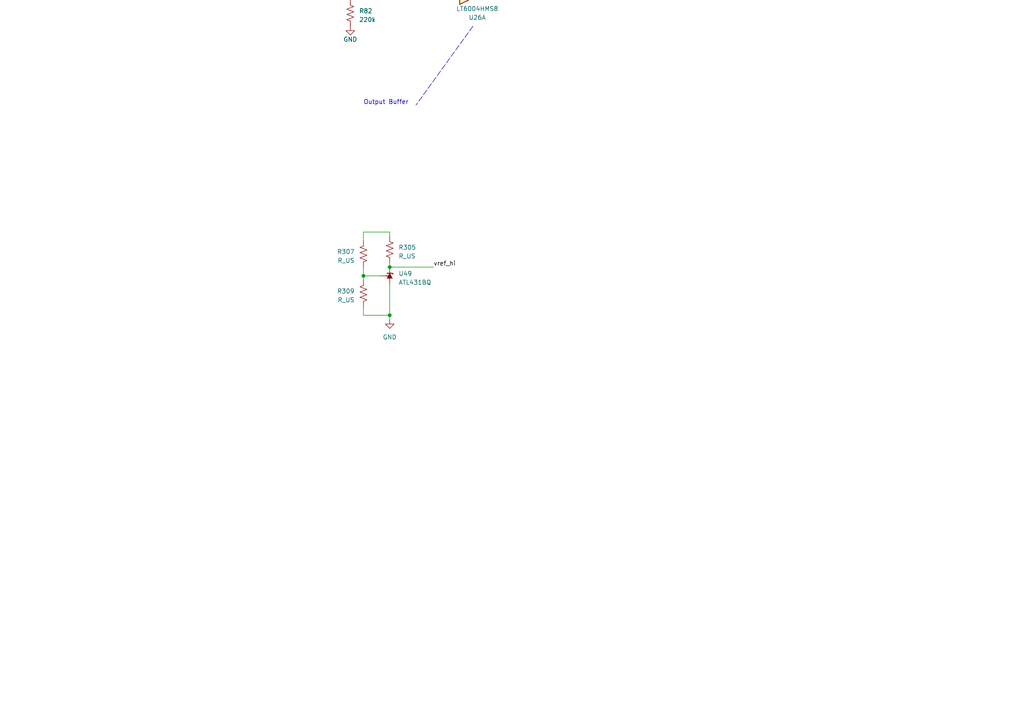
<source format=kicad_sch>
(kicad_sch (version 20230121) (generator eeschema)
  (paper "A4")
  (lib_symbols
    (symbol "Device:C" (pin_numbers hide) (pin_names (offset 0.254))
      (property "Reference" "C" (at 0.635 2.54 0))
      (property "Value" "C" (at 0.635 -2.54 0))
      (symbol "C_0_1"
        (polyline (pts (xy -2.032 -0.762) (xy 2.032 -0.762)) (stroke (width 0.508)))
        (polyline (pts (xy -2.032 0.762) (xy 2.032 0.762)) (stroke (width 0.508)))
      )
      (symbol "C_1_1"
        (pin passive line (at 0 3.81 270) (length 2.794) (name "~") (number "1"))
        (pin passive line (at 0 -3.81 90) (length 2.794) (name "~") (number "2"))
      )
    )
    (symbol "Device:R_US" (pin_numbers hide) (pin_names (offset 0))
      (property "Reference" "R" (at 2.54 0 90))
      (property "Value" "R_US" (at -2.54 0 90))
      (symbol "R_US_0_1"
        (polyline (pts (xy 0 -2.286) (xy 0 -2.54)))
        (polyline (pts (xy 0 2.286) (xy 0 2.54)))
        (polyline (pts (xy 0 -0.762) (xy 1.016 -1.143) (xy 0 -1.524) (xy -1.016 -1.905) (xy 0 -2.286)))
        (polyline (pts (xy 0 0.762) (xy 1.016 0.381) (xy 0 0) (xy -1.016 -0.381) (xy 0 -0.762)))
        (polyline (pts (xy 0 2.286) (xy 1.016 1.905) (xy 0 1.524) (xy -1.016 1.143) (xy 0 0.762)))
      )
      (symbol "R_US_1_1"
        (pin passive line (at 0 3.81 270) (length 1.27) (name "~") (number "1"))
        (pin passive line (at 0 -3.81 90) (length 1.27) (name "~") (number "2"))
      )
    )
    (symbol "SierraLobo:ATL431BQ" (pin_numbers hide) (pin_names hide)
      (property "Reference" "U" (at 0 -2.54 0))
      (property "Value" "ATL431BQ" (at 0 -4.445 0))
      (symbol "ATL431BQ_0_1"
        (polyline (pts (xy -1.27 0) (xy 0 0) (xy 1.27 0)))
        (polyline (pts (xy -0.762 0.762) (xy 0.762 0) (xy -0.762 -0.762)) (fill (type outline)))
        (polyline (pts (xy 0.508 -1.016) (xy 0.762 -0.762) (xy 0.762 0.762) (xy 0.762 0.762)) (stroke (width 0.254)))
      )
      (symbol "ATL431BQ_1_1"
        (polyline (pts (xy 0 1.27) (xy 0 0)))
        (pin passive line (at 2.54 0 180) (length 2.54) (name "K") (number "1"))
        (pin passive line (at 0 2.54 270) (length 2.54) (name "REF") (number "2"))
        (pin passive line (at -2.54 0 0) (length 2.54) (name "A") (number "3"))
      )
    )
    (symbol "SierraLobo:BAS56" (pin_names (offset 1.016) hide)
      (property "Reference" "D" (at 0 2.54 0))
      (property "Value" "BAS56" (at 0 -2.54 0))
      (symbol "BAS56_0_1"
        (polyline (pts (xy -1.27 1.27) (xy -1.27 -1.27)) (stroke (width 0.1524)))
        (polyline (pts (xy 1.27 0) (xy -1.27 0)))
        (polyline (pts (xy 1.27 1.27) (xy 1.27 -1.27)))
        (polyline (pts (xy 1.27 1.27) (xy -1.27 0) (xy 1.27 -1.27)))
      )
      (symbol "BAS56_1_1"
        (pin passive line (at 3.81 0 180) (length 2.54) (name "K") (number "1"))
        (pin passive line (at -3.81 0 0) (length 2.54) (name "A") (number "4"))
      )
      (symbol "BAS56_2_1"
        (pin passive line (at 3.81 0 180) (length 2.54) (name "K") (number "2"))
        (pin passive line (at -3.81 0 0) (length 2.54) (name "A") (number "3"))
      )
    )
    (symbol "SierraLobo:LT6004HMS8" (pin_names (offset 0.127))
      (property "Reference" "U" (at 0 5.08 0))
      (property "Value" "LT6004HMS8" (at 0 -5.08 0))
      (symbol "LT6004HMS8_1_1"
        (polyline (pts (xy -5.08 5.08) (xy 5.08 0) (xy -5.08 -5.08) (xy -5.08 5.08)) (stroke (width 0.254)) (fill (type background)))
        (pin output line (at 7.62 0 180) (length 2.54) (name "~") (number "1"))
        (pin input line (at -7.62 -2.54 0) (length 2.54) (name "-") (number "2"))
        (pin input line (at -7.62 2.54 0) (length 2.54) (name "+") (number "3"))
      )
      (symbol "LT6004HMS8_2_1"
        (polyline (pts (xy -5.08 5.08) (xy 5.08 0) (xy -5.08 -5.08) (xy -5.08 5.08)) (stroke (width 0.254)) (fill (type background)))
        (pin input line (at -7.62 2.54 0) (length 2.54) (name "+") (number "5"))
        (pin input line (at -7.62 -2.54 0) (length 2.54) (name "-") (number "6"))
        (pin output line (at 7.62 0 180) (length 2.54) (name "~") (number "7"))
      )
      (symbol "LT6004HMS8_3_1"
        (pin power_in line (at -2.54 -7.62 90) (length 3.81) (name "V-") (number "4"))
        (pin power_in line (at -2.54 7.62 270) (length 3.81) (name "V+") (number "8"))
      )
    )
    (symbol "SierraLobo:LT6016HMS8" (pin_names (offset 0.127))
      (property "Reference" "U" (at 0 5.08 0))
      (property "Value" "LT6016HMS8" (at 0 -5.08 0))
      (symbol "LT6016HMS8_1_1"
        (polyline (pts (xy -5.08 5.08) (xy 5.08 0) (xy -5.08 -5.08) (xy -5.08 5.08)) (stroke (width 0.254)) (fill (type background)))
        (pin output line (at 7.62 0 180) (length 2.54) (name "~") (number "1"))
        (pin input line (at -7.62 -2.54 0) (length 2.54) (name "-") (number "2"))
        (pin input line (at -7.62 2.54 0) (length 2.54) (name "+") (number "3"))
      )
      (symbol "LT6016HMS8_2_1"
        (polyline (pts (xy -5.08 5.08) (xy 5.08 0) (xy -5.08 -5.08) (xy -5.08 5.08)) (stroke (width 0.254)) (fill (type background)))
        (pin input line (at -7.62 2.54 0) (length 2.54) (name "+") (number "5"))
        (pin input line (at -7.62 -2.54 0) (length 2.54) (name "-") (number "6"))
        (pin output line (at 7.62 0 180) (length 2.54) (name "~") (number "7"))
      )
      (symbol "LT6016HMS8_3_1"
        (pin power_in line (at -2.54 -7.62 90) (length 3.81) (name "V-") (number "4"))
        (pin power_in line (at -2.54 7.62 270) (length 3.81) (name "V+") (number "8"))
      )
    )
    (symbol "power:GND" (power) (pin_names (offset 0))
      (property "Value" "GND" (at 0 -3.81 0))
      (symbol "GND_0_1"
        (polyline (pts (xy 0 0) (xy 0 -1.27) (xy 1.27 -1.27) (xy 0 -2.54) (xy -1.27 -1.27) (xy 0 -1.27)))
      )
      (symbol "GND_1_1"
        (pin power_in line (at 0 0 270) (length 0) hide (name "GND") (number "1"))
      )
    )
  )
  (junction (at 135.89 -46.99))
  (junction (at 101.6 -46.99))
  (junction (at 101.6 -1.27))
  (junction (at 170.18 -46.99))
  (junction (at 68.58 -49.53))
  (junction (at 105.41 80.01))
  (junction (at 120.65 -76.2))
  (junction (at 147.32 -46.99))
  (junction (at 208.28 -49.53))
  (junction (at 113.03 77.47))
  (junction (at 114.3 -46.99))
  (junction (at 113.03 91.44))
  (junction (at 148.59 -3.81))
  (wire (pts (xy 184.15 -46.99) (xy 189.23 -46.99)))
  (wire (pts (xy 185.42 -52.07) (xy 185.42 -62.23)))
  (wire (pts (xy 135.89 -35.56) (xy 135.89 -31.75)))
  (wire (pts (xy 189.23 -52.07) (xy 185.42 -52.07)))
  (wire (pts (xy 105.41 91.44) (xy 113.03 91.44)))
  (wire (pts (xy 125.73 -12.7) (xy 134.62 -12.7)))
  (wire (pts (xy 120.65 -76.2) (xy 137.16 -76.2)))
  (wire (pts (xy 101.6 -1.27) (xy 130.81 -1.27)))
  (wire (pts (xy 105.41 80.01) (xy 105.41 81.28)))
  (wire (pts (xy 114.3 -46.99) (xy 135.89 -46.99)))
  (wire (pts (xy 113.03 77.47) (xy 125.73 77.47)))
  (wire (pts (xy 68.58 -59.69) (xy 68.58 -58.42)))
  (wire (pts (xy 137.16 -66.04) (xy 137.16 -63.5)))
  (wire (pts (xy 146.05 -3.81) (xy 148.59 -3.81)))
  (wire (pts (xy 105.41 69.85) (xy 105.41 67.31)))
  (polyline (pts (xy 116.84 -25.4) (xy 78.74 -2.54)) (stroke (width 0) (type dash)))
  (polyline (pts (xy 195.58 -36.83) (xy 179.07 -13.97)) (stroke (width 0) (type dash)))
  (wire (pts (xy 63.5 -44.45) (xy 86.36 -44.45)))
  (wire (pts (xy 113.03 67.31) (xy 113.03 68.58)))
  (wire (pts (xy 148.59 -12.7) (xy 148.59 -3.81)))
  (wire (pts (xy 170.18 -46.99) (xy 176.53 -46.99)))
  (wire (pts (xy 111.76 -46.99) (xy 114.3 -46.99)))
  (wire (pts (xy 105.41 77.47) (xy 105.41 80.01)))
  (wire (pts (xy 104.14 -46.99) (xy 101.6 -46.99)))
  (wire (pts (xy 170.18 -31.75) (xy 166.37 -31.75)))
  (wire (pts (xy 142.24 -12.7) (xy 148.59 -12.7)))
  (wire (pts (xy 135.89 -46.99) (xy 147.32 -46.99)))
  (wire (pts (xy 135.89 -46.99) (xy 135.89 -43.18)))
  (wire (pts (xy 148.59 -3.81) (xy 161.29 -3.81)))
  (wire (pts (xy 118.11 -34.29) (xy 114.3 -34.29)))
  (wire (pts (xy 130.81 -6.35) (xy 125.73 -6.35)))
  (wire (pts (xy 170.18 -43.18) (xy 170.18 -46.99)))
  (polyline (pts (xy 137.16 7.62) (xy 120.65 30.48)) (stroke (width 0) (type dash)))
  (wire (pts (xy 50.8 -59.69) (xy 68.58 -59.69)))
  (wire (pts (xy 151.13 -34.29) (xy 147.32 -34.29)))
  (wire (pts (xy 137.16 -76.2) (xy 137.16 -73.66)))
  (wire (pts (xy 170.18 -35.56) (xy 170.18 -31.75)))
  (wire (pts (xy 185.42 -62.23) (xy 193.04 -62.23)))
  (wire (pts (xy 135.89 -31.75) (xy 133.35 -31.75)))
  (wire (pts (xy 114.3 -34.29) (xy 114.3 -46.99)))
  (wire (pts (xy 105.41 80.01) (xy 110.49 80.01)))
  (wire (pts (xy 147.32 -46.99) (xy 170.18 -46.99)))
  (wire (pts (xy 113.03 76.2) (xy 113.03 77.47)))
  (wire (pts (xy 200.66 -62.23) (xy 208.28 -62.23)))
  (wire (pts (xy 101.6 -2.54) (xy 101.6 -1.27)))
  (wire (pts (xy 62.23 -76.2) (xy 120.65 -76.2)))
  (wire (pts (xy 101.6 -46.99) (xy 101.6 -10.16)))
  (wire (pts (xy 113.03 82.55) (xy 113.03 91.44)))
  (wire (pts (xy 68.58 -50.8) (xy 68.58 -49.53)))
  (wire (pts (xy 146.05 -29.21) (xy 151.13 -29.21)))
  (wire (pts (xy 208.28 -62.23) (xy 208.28 -49.53)))
  (wire (pts (xy 204.47 -49.53) (xy 208.28 -49.53)))
  (wire (pts (xy 114.3 -29.21) (xy 118.11 -29.21)))
  (wire (pts (xy 113.03 91.44) (xy 113.03 92.71)))
  (wire (pts (xy 68.58 -49.53) (xy 86.36 -49.53)))
  (wire (pts (xy 101.6 -1.27) (xy 101.6 0)))
  (wire (pts (xy 50.8 -49.53) (xy 55.88 -49.53)))
  (wire (pts (xy 63.5 -49.53) (xy 68.58 -49.53)))
  (wire (pts (xy 105.41 67.31) (xy 113.03 67.31)))
  (wire (pts (xy 125.73 -6.35) (xy 125.73 -12.7)))
  (wire (pts (xy 208.28 -49.53) (xy 224.79 -49.53)))
  (wire (pts (xy 105.41 88.9) (xy 105.41 91.44)))
  (wire (pts (xy 147.32 -34.29) (xy 147.32 -46.99)))
  (text_box "LM335A temperature sensors on the panels.\n	10mV/degC sensitivity. \n	400u - 5mA drive.\n\nOperational Range: \n	0 to 80 degC\n\nDesign Target: \n	drive at .5-1mA.\n	limit compensation to between 20 and 90degC.\n\n\n" (at 88.9 -116.84 0) (size 40.64 26.67) (effects (font (size 1.27 1.27)) (justify left top)))
  (text "Output Buffer" (at 105.41 30.48 0) (effects (font (size 1.27 1.27)) (justify left bottom)))
  (text "Output Buffer" (at 163.83 -13.97 0) (effects (font (size 1.27 1.27)) (justify left bottom)))
  (text "Clipping stages" (at 63.5 -2.54 0) (effects (font (size 1.27 1.27)) (justify left bottom)))
  (label "vref_hi" (at 125.73 77.47 0))
  (hierarchical_label "TLE" (shape input) (at 50.8 -49.53 180) (effects (font (size 1.016 1.016))))
  (hierarchical_label "TLE_MEAS" (shape output) (at 161.29 -3.81 0) (effects (font (size 1.016 1.016))))
  (hierarchical_label "SOLAR_HI" (shape input) (at 50.8 -59.69 180) (effects (font (size 1.016 1.016))))
  (hierarchical_label "TLE_COMP" (shape output) (at 224.79 -49.53 0) (effects (font (size 1.016 1.016))))
  (hierarchical_label "V_OP" (shape input) (at 62.23 -76.2 180) (effects (font (size 1.016 1.016))))
  (hierarchical_label "VLIM_LO" (shape input) (at 146.05 -29.21 180) (effects (font (size 1.016 1.016))))
  (hierarchical_label "VLIM_HI" (shape input) (at 114.3 -29.21 180) (effects (font (size 1.016 1.016))))
  (symbol (lib_id "Device:R_US") (at 107.95 -46.99 90) (unit 1)
    (property "Reference" "R78" (at 107.95 -52.07 90))
    (property "Value" "10k" (at 107.95 -49.53 90))
    (property "Footprint" "Resistor_SMD:R_0805_2012Metric" (effects hide))
    (instances (project "mainboard" (path "" (reference "R78") (unit 1)) (path "" (reference "R260") (unit 1))))
  )
  (symbol (lib_id "Device:R_US") (at 138.43 -12.7 90) (unit 1)
    (property "Reference" "R80" (at 138.43 -17.78 90))
    (property "Value" "110k" (at 138.43 -15.24 90))
    (property "Footprint" "Resistor_SMD:R_0603_1608Metric" (effects hide))
    (instances (project "mainboard" (path "" (reference "R80") (unit 1)) (path "" (reference "R262") (unit 1))))
  )
  (symbol (lib_id "power:GND") (at 113.03 92.71 0) (unit 1)
    (property "Reference" "#PWR056" (effects hide))
    (property "Value" "GND" (at 113.03 97.79 0))
    (instances (project "mainboard" (path "" (reference "#PWR056") (unit 1)) (path "" (reference "#PWR0196") (unit 1))))
  )
  (symbol (lib_id "Device:R_US") (at 113.03 72.39 0) (unit 1)
    (property "Reference" "R305" (at 115.57 71.755 0) (effects (justify left)))
    (property "Value" "R_US" (at 115.57 74.295 0) (effects (justify left)))
    (instances (project "mainboard" (path "" (reference "R305") (unit 1)) (path "" (reference "R306") (unit 1))))
  )
  (symbol (lib_id "Device:R_US") (at 105.41 73.66 0) (mirror y) (unit 1)
    (property "Reference" "R307" (at 102.87 73.025 0) (effects (justify left)))
    (property "Value" "R_US" (at 102.87 75.565 0) (effects (justify left)))
    (instances (project "mainboard" (path "" (reference "R307") (unit 1)) (path "" (reference "R308") (unit 1))))
  )
  (symbol (lib_id "power:GND") (at 63.5 -44.45 0) (mirror y) (unit 1)
    (property "Reference" "#PWR05" (effects hide))
    (property "Value" "GND" (at 63.5 -40.64 0))
    (instances (project "mainboard" (path "" (reference "#PWR05") (unit 1)) (path "" (reference "#PWR0114") (unit 1)) (path "" (reference "#PWR0179") (unit 1))))
  )
  (symbol (lib_id "Device:R_US") (at 196.85 -62.23 90) (unit 1)
    (property "Reference" "R75" (at 196.85 -67.31 90))
    (property "Value" "110k" (at 196.85 -64.77 90))
    (property "Footprint" "Resistor_SMD:R_0603_1608Metric" (effects hide))
    (instances (project "mainboard" (path "" (reference "R75") (unit 1)) (path "" (reference "R257") (unit 1))))
  )
  (symbol (lib_id "Device:R_US") (at 105.41 85.09 0) (mirror y) (unit 1)
    (property "Reference" "R309" (at 102.87 84.455 0) (effects (justify left)))
    (property "Value" "R_US" (at 102.87 86.995 0) (effects (justify left)))
    (instances (project "mainboard" (path "" (reference "R309") (unit 1)) (path "" (reference "R310") (unit 1))))
  )
  (symbol (lib_id "SierraLobo:BAS56") (at 170.18 -39.37 270) (unit 2)
    (property "Reference" "D1" (at 172.72 -40.0431 90) (effects (justify left)))
    (property "Value" "BAS56" (at 172.72 -37.5031 90) (effects (justify left)))
    (property "Footprint" "Package_TO_SOT_SMD:SOT-143" (effects hide))
    (property "Datasheet" "https://assets.nexperia.com/documents/data-sheet/BAS56.pdf" (effects hide))
    (instances (project "mainboard" (path "" (reference "D1") (unit 2)) (path "" (reference "D17") (unit 2))))
  )
  (symbol (lib_id "SierraLobo:BAS56") (at 135.89 -39.37 90) (unit 1)
    (property "Reference" "D1" (at 138.43 -39.9669 90) (effects (justify right)))
    (property "Value" "BAS56" (at 138.43 -37.4269 90) (effects (justify right)))
    (property "Footprint" "Package_TO_SOT_SMD:SOT-143" (effects hide))
    (property "Datasheet" "https://assets.nexperia.com/documents/data-sheet/BAS56.pdf" (effects hide))
    (instances (project "mainboard" (path "" (reference "D1") (unit 1)) (path "" (reference "D17") (unit 1))))
  )
  (symbol (lib_id "Device:R_US") (at 101.6 3.81 0) (unit 1)
    (property "Reference" "R82" (at 104.14 3.175 0) (effects (justify left)))
    (property "Value" "220k" (at 104.14 5.715 0) (effects (justify left)))
    (property "Footprint" "Resistor_SMD:R_0603_1608Metric" (effects hide))
    (instances (project "mainboard" (path "" (reference "R82") (unit 1)) (path "" (reference "R264") (unit 1))))
  )
  (symbol (lib_id "power:GND") (at 120.65 -60.96 0) (mirror y) (unit 1)
    (property "Reference" "#PWR05" (effects hide))
    (property "Value" "GND" (at 120.65 -57.15 0))
    (instances (project "mainboard" (path "" (reference "#PWR05") (unit 1)) (path "" (reference "#PWR0113") (unit 1)) (path "" (reference "#PWR0178") (unit 1))))
  )
  (symbol (lib_id "Device:C") (at 137.16 -69.85 0) (unit 1)
    (property "Reference" "C74" (at 140.335 -70.485 0) (effects (justify left)))
    (property "Value" "0.1uF" (at 140.335 -67.945 0) (effects (justify left)))
    (property "Footprint" "Capacitor_SMD:C_0603_1608Metric" (effects hide))
    (instances (project "mainboard" (path "" (reference "C74") (unit 1)) (path "" (reference "C124") (unit 1))))
  )
  (symbol (lib_id "SierraLobo:LT6016HMS8") (at 123.19 -68.58 0) (unit 3)
    (property "Reference" "U24" (at 121.92 -69.215 0) (effects (justify left)))
    (property "Value" "LT6016HMS8" (at 121.92 -66.675 0) (effects (justify left)))
    (property "Footprint" "Package_SO:MSOP-8_3x3mm_P0.65mm" (effects hide))
    (instances (project "mainboard" (path "" (reference "U24") (unit 3)) (path "" (reference "U42") (unit 3))))
  )
  (symbol (lib_id "Device:R_US") (at 59.69 -49.53 90) (unit 1)
    (property "Reference" "R77" (at 59.69 -54.61 90))
    (property "Value" "0" (at 59.69 -52.07 90))
    (property "Footprint" "Resistor_SMD:R_0603_1608Metric" (effects hide))
    (instances (project "mainboard" (path "" (reference "R77") (unit 1)) (path "" (reference "R259") (unit 1))))
  )
  (symbol (lib_id "power:GND") (at 137.16 -63.5 0) (mirror y) (unit 1)
    (property "Reference" "#PWR05" (effects hide))
    (property "Value" "GND" (at 137.16 -59.69 0))
    (instances (project "mainboard" (path "" (reference "#PWR05") (unit 1)) (path "" (reference "#PWR0112") (unit 1)) (path "" (reference "#PWR0177") (unit 1))))
  )
  (symbol (lib_id "SierraLobo:LT6004HMS8") (at 93.98 -46.99 0) (unit 1)
    (property "Reference" "U25" (at 93.98 -55.88 0))
    (property "Value" "LT6004HMS8" (at 93.98 -53.34 0))
    (property "Footprint" "Package_SO:MSOP-8_3x3mm_P0.65mm" (effects hide))
    (instances (project "mainboard" (path "" (reference "U25") (unit 1)) (path "" (reference "U43") (unit 1))))
  )
  (symbol (lib_id "SierraLobo:LT6016HMS8") (at 125.73 -31.75 0) (mirror x) (unit 1)
    (property "Reference" "U20" (at 125.73 -22.86 0))
    (property "Value" "LT6016HMS8" (at 125.73 -25.4 0))
    (property "Footprint" "Package_SO:MSOP-8_3x3mm_P0.65mm" (effects hide))
    (instances (project "mainboard" (path "" (reference "U20") (unit 1)) (path "" (reference "U42") (unit 1))))
  )
  (symbol (lib_id "SierraLobo:LT6016HMS8") (at 158.75 -31.75 0) (mirror x) (unit 2)
    (property "Reference" "U20" (at 158.75 -22.86 0))
    (property "Value" "LT6016HMS8" (at 158.75 -25.4 0))
    (property "Footprint" "Package_SO:MSOP-8_3x3mm_P0.65mm" (effects hide))
    (instances (project "mainboard" (path "" (reference "U20") (unit 2)) (path "" (reference "U42") (unit 2))))
  )
  (symbol (lib_id "SierraLobo:ATL431BQ") (at 113.03 80.01 90) (unit 1)
    (property "Reference" "U49" (at 115.57 79.375 90) (effects (justify right)))
    (property "Value" "ATL431BQ" (at 115.57 81.915 90) (effects (justify right)))
    (property "Footprint" "Package_TO_SOT_SMD:SOT-23" (effects hide))
    (instances (project "mainboard" (path "" (reference "U49") (unit 1)) (path "" (reference "U50") (unit 1))))
  )
  (symbol (lib_id "Device:R_US") (at 68.58 -54.61 0) (unit 1)
    (property "Reference" "R76" (at 71.12 -55.245 0) (effects (justify left)))
    (property "Value" "12k" (at 71.12 -52.705 0) (effects (justify left)))
    (property "Footprint" "Resistor_SMD:R_0805_2012Metric" (effects hide))
    (instances (project "mainboard" (path "" (reference "R76") (unit 1)) (path "" (reference "R258") (unit 1))))
  )
  (symbol (lib_id "power:GND") (at 101.6 7.62 0) (mirror y) (unit 1)
    (property "Reference" "#PWR05" (effects hide))
    (property "Value" "GND" (at 101.6 11.43 0))
    (instances (project "mainboard" (path "" (reference "#PWR05") (unit 1)) (path "" (reference "#PWR0115") (unit 1)) (path "" (reference "#PWR0180") (unit 1))))
  )
  (symbol (lib_id "SierraLobo:LT6004HMS8") (at 196.85 -49.53 0) (unit 2)
    (property "Reference" "U25" (at 196.85 -58.42 0))
    (property "Value" "LT6004HMS8" (at 196.85 -55.88 0))
    (property "Footprint" "Package_SO:MSOP-8_3x3mm_P0.65mm" (effects hide))
    (instances (project "mainboard" (path "" (reference "U25") (unit 2)) (path "" (reference "U43") (unit 2))))
  )
  (symbol (lib_id "Device:R_US") (at 101.6 -6.35 0) (unit 1)
    (property "Reference" "R81" (at 104.14 -6.985 0) (effects (justify left)))
    (property "Value" "220k" (at 104.14 -4.445 0) (effects (justify left)))
    (property "Footprint" "Resistor_SMD:R_0603_1608Metric" (effects hide))
    (instances (project "mainboard" (path "" (reference "R81") (unit 1)) (path "" (reference "R263") (unit 1))))
  )
  (symbol (lib_id "Device:R_US") (at 180.34 -46.99 90) (unit 1)
    (property "Reference" "R79" (at 180.34 -52.07 90))
    (property "Value" "100k" (at 180.34 -49.53 90))
    (property "Footprint" "Resistor_SMD:R_0603_1608Metric" (effects hide))
    (instances (project "mainboard" (path "" (reference "R79") (unit 1)) (path "" (reference "R261") (unit 1))))
  )
  (symbol (lib_id "SierraLobo:LT6004HMS8") (at 138.43 -3.81 0) (mirror x) (unit 1)
    (property "Reference" "U26" (at 138.43 5.08 0))
    (property "Value" "LT6004HMS8" (at 138.43 2.54 0))
    (property "Footprint" "Package_SO:MSOP-8_3x3mm_P0.65mm" (effects hide))
    (instances (project "mainboard" (path "" (reference "U26") (unit 1)) (path "" (reference "U44") (unit 1))))
  )
)
</source>
